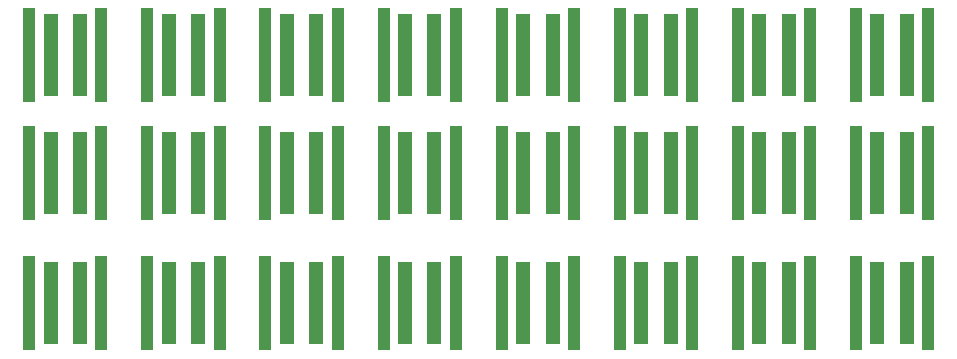
<source format=gbp>
G04*
G04 #@! TF.GenerationSoftware,Altium Limited,Altium Designer,20.2.6 (244)*
G04*
G04 Layer_Color=128*
%FSLAX25Y25*%
%MOIN*%
G70*
G04*
G04 #@! TF.SameCoordinates,DE4CB47F-8CA2-4EB0-BB09-0AE2ED907EE7*
G04*
G04*
G04 #@! TF.FilePolarity,Positive*
G04*
G01*
G75*
%ADD29R,0.04900X0.27600*%
%ADD30R,0.04300X0.31500*%
D29*
X394685Y262244D02*
D03*
X384842D02*
D03*
X394685Y218937D02*
D03*
X384842D02*
D03*
X276575Y262244D02*
D03*
X266732D02*
D03*
X276575Y218937D02*
D03*
X266732D02*
D03*
X237205D02*
D03*
X227362D02*
D03*
X315945Y262244D02*
D03*
X306102D02*
D03*
X315945Y301614D02*
D03*
X306102D02*
D03*
X276575D02*
D03*
X266732D02*
D03*
X237205D02*
D03*
X227362D02*
D03*
X197835Y218937D02*
D03*
X187992D02*
D03*
X237205Y262244D02*
D03*
X227362D02*
D03*
X434055Y218937D02*
D03*
X424213D02*
D03*
X434055Y262244D02*
D03*
X424213D02*
D03*
X473425Y218937D02*
D03*
X463583D02*
D03*
X394685Y301614D02*
D03*
X384842D02*
D03*
X355315D02*
D03*
X345472D02*
D03*
X473425Y262244D02*
D03*
X463583D02*
D03*
X473425Y301614D02*
D03*
X463583D02*
D03*
X434055D02*
D03*
X424213D02*
D03*
X197835Y262244D02*
D03*
X187992D02*
D03*
X197835Y301614D02*
D03*
X187992D02*
D03*
X355315Y262244D02*
D03*
X345472D02*
D03*
X315945Y218937D02*
D03*
X306102D02*
D03*
X345472D02*
D03*
X355315D02*
D03*
D30*
X377736Y262244D02*
D03*
X401791D02*
D03*
X377736Y218937D02*
D03*
X401791D02*
D03*
X259626Y262244D02*
D03*
X283681D02*
D03*
X259626Y218937D02*
D03*
X283681D02*
D03*
X220256D02*
D03*
X244311D02*
D03*
X298996Y262244D02*
D03*
X323051D02*
D03*
X298996Y301614D02*
D03*
X323051D02*
D03*
X259626D02*
D03*
X283681D02*
D03*
X220256D02*
D03*
X244311D02*
D03*
X180886Y218937D02*
D03*
X204941D02*
D03*
X220256Y262244D02*
D03*
X244311D02*
D03*
X417106Y218937D02*
D03*
X441161D02*
D03*
X417106Y262244D02*
D03*
X441161D02*
D03*
X456476Y218937D02*
D03*
X480532D02*
D03*
X377736Y301614D02*
D03*
X401791D02*
D03*
X338366D02*
D03*
X362421D02*
D03*
X456476Y262244D02*
D03*
X480532D02*
D03*
X456476Y301614D02*
D03*
X480532D02*
D03*
X417106D02*
D03*
X441161D02*
D03*
X180886Y262244D02*
D03*
X204941D02*
D03*
X180886Y301614D02*
D03*
X204941D02*
D03*
X338366Y262244D02*
D03*
X362421D02*
D03*
X298996Y218937D02*
D03*
X323051D02*
D03*
X362421D02*
D03*
X338366D02*
D03*
M02*

</source>
